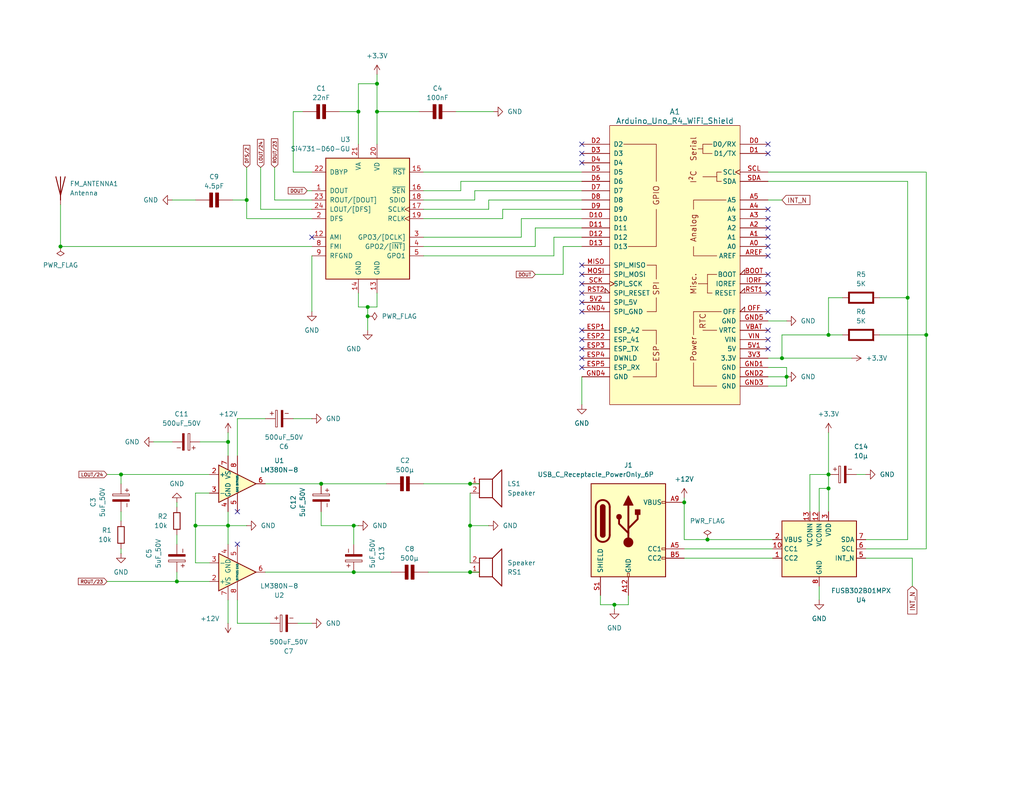
<source format=kicad_sch>
(kicad_sch (version 20231120) (generator "eeschema") (generator_version "8.0")
  (paper "USLetter")
  (title_block (title "FM Radio Digital Analog") (date "2024-12-03") (rev "A") (company "Self - Bertin Mihigo Sano"))
  (lib_symbols
    (symbol "Amplifier_Audio:LM380N-8" (pin_names (offset 0.127))
      (property "Reference" "U" (at 6.35 6.35 0))
      (property "Value" "LM380N-8" (at 6.35 3.81 0))
      (symbol "LM380N-8_0_1"
        (polyline (pts (xy -5.08 5.08) (xy 5.08 0) (xy -5.08 -5.08) (xy -5.08 5.08)) (stroke (width 0.254)) (fill (type background)))
      )
      (symbol "LM380N-8_1_1"
        (pin no_connect line (at 0 2.54 270) (length 2.54) hide (name "NC") (number "1"))
        (pin input line (at -7.62 2.54 0) (length 2.54) (name "+") (number "2"))
        (pin input line (at -7.62 -2.54 0) (length 2.54) (name "-") (number "3"))
        (pin power_in line (at -2.54 -7.62 90) (length 3.81) (name "GND") (number "4"))
        (pin power_in line (at 0 -7.62 90) (length 5.08) (name "GND") (number "5"))
        (pin output line (at 7.62 0 180) (length 2.54) (name "~") (number "6"))
        (pin power_in line (at -2.54 7.62 270) (length 3.81) (name "VS") (number "7"))
        (pin passive line (at 0 7.62 270) (length 5.08) (name "BYPASS") (number "8"))
      )
    )
    (symbol "Connector:USB_C_Receptacle_PowerOnly_6P" (pin_names (offset 1.016))
      (property "Reference" "J" (at 0 16.51 0))
      (property "Value" "USB_C_Receptacle_PowerOnly_6P" (at 0 13.97 0))
      (symbol "USB_C_Receptacle_PowerOnly_6P_0_0"
        (rectangle (start -0.254 -12.7) (end 0.254 -11.684))
        (rectangle (start 10.16 -7.366) (end 9.144 -7.874))
        (rectangle (start 10.16 -4.826) (end 9.144 -5.334))
        (rectangle (start 10.16 7.874) (end 9.144 7.366))
      )
      (symbol "USB_C_Receptacle_PowerOnly_6P_0_1"
        (rectangle (start -10.16 12.7) (end 10.16 -12.7) (stroke (width 0.254)) (fill (type background)))
        (arc (start -8.89 -1.27) (mid -6.985 -3.1667) (end -5.08 -1.27) (stroke (width 0.508)))
        (arc (start -7.62 -1.27) (mid -6.985 -1.9023) (end -6.35 -1.27) (stroke (width 0.254)))
        (arc (start -7.62 -1.27) (mid -6.985 -1.9023) (end -6.35 -1.27) (stroke (width 0.254)) (fill (type outline)))
        (rectangle (start -7.62 -1.27) (end -6.35 6.35) (stroke (width 0.254)) (fill (type outline)))
        (arc (start -6.35 6.35) (mid -6.985 6.9823) (end -7.62 6.35) (stroke (width 0.254)))
        (arc (start -6.35 6.35) (mid -6.985 6.9823) (end -7.62 6.35) (stroke (width 0.254)) (fill (type outline)))
        (arc (start -5.08 6.35) (mid -6.985 8.2467) (end -8.89 6.35) (stroke (width 0.508)))
        (circle (center -2.54 3.683) (radius 0.635) (stroke (width 0.254)) (fill (type outline)))
        (circle (center 0 -3.302) (radius 1.27) (fill (type outline)))
        (polyline (pts (xy -8.89 -1.27) (xy -8.89 6.35)) (stroke (width 0.508)))
        (polyline (pts (xy -5.08 6.35) (xy -5.08 -1.27)) (stroke (width 0.508)))
        (polyline (pts (xy 0 -3.302) (xy 0 6.858)) (stroke (width 0.508)))
        (polyline (pts (xy 0 -0.762) (xy -2.54 1.778) (xy -2.54 3.048)) (stroke (width 0.508)))
        (polyline (pts (xy 0 0.508) (xy 2.54 3.048) (xy 2.54 4.318)) (stroke (width 0.508)))
        (polyline (pts (xy -1.27 6.858) (xy 0 9.398) (xy 1.27 6.858) (xy -1.27 6.858)) (stroke (width 0.254)) (fill (type outline)))
        (rectangle (start 1.905 4.318) (end 3.175 5.588) (stroke (width 0.254)) (fill (type outline)))
      )
      (symbol "USB_C_Receptacle_PowerOnly_6P_1_1"
        (pin passive line (at 0 -17.78 90) (length 5.08) (name "GND") (number "A12"))
        (pin bidirectional line (at 15.24 -5.08 180) (length 5.08) (name "CC1") (number "A5"))
        (pin passive line (at 15.24 7.62 180) (length 5.08) (name "VBUS") (number "A9"))
        (pin passive line (at 0 -17.78 90) (length 5.08) hide (name "GND") (number "B12"))
        (pin bidirectional line (at 15.24 -7.62 180) (length 5.08) (name "CC2") (number "B5"))
        (pin passive line (at 15.24 7.62 180) (length 5.08) hide (name "VBUS") (number "B9"))
        (pin passive line (at -7.62 -17.78 90) (length 5.08) (name "SHIELD") (number "S1"))
      )
    )
    (symbol "Device:Antenna" (pin_numbers hide) (pin_names (offset 1.016) hide)
      (property "Reference" "AE" (at -1.905 1.905 0))
      (property "Value" "Antenna" (at -1.905 0 0))
      (symbol "Antenna_0_1"
        (polyline (pts (xy 0 2.54) (xy 0 -3.81)) (stroke (width 0.254)))
        (polyline (pts (xy 1.27 2.54) (xy 0 -2.54) (xy -1.27 2.54)) (stroke (width 0.254)))
      )
      (symbol "Antenna_1_1"
        (pin input line (at 0 -5.08 90) (length 2.54) (name "A") (number "1"))
      )
    )
    (symbol "Device:Speaker" (pin_names (offset 0) hide)
      (property "Reference" "LS" (at 1.27 5.715 0))
      (property "Value" "Speaker" (at 1.27 3.81 0))
      (symbol "Speaker_0_0"
        (rectangle (start -2.54 1.27) (end 1.016 -3.81) (stroke (width 0.254)))
        (polyline (pts (xy 1.016 1.27) (xy 3.556 3.81) (xy 3.556 -6.35) (xy 1.016 -3.81)) (stroke (width 0.254)))
      )
      (symbol "Speaker_1_1"
        (pin input line (at -5.08 0 0) (length 2.54) (name "1") (number "1"))
        (pin input line (at -5.08 -2.54 0) (length 2.54) (name "2") (number "2"))
      )
    )
    (symbol "Interface_USB:FUSB302B01MPX"
      (property "Reference" "U" (at -10.16 8.89 0))
      (property "Value" "FUSB302B01MPX" (at 3.81 8.89 0))
      (symbol "FUSB302B01MPX_0_1"
        (rectangle (start -10.16 7.62) (end 10.16 -7.62) (stroke (width 0.254)) (fill (type background)))
      )
      (symbol "FUSB302B01MPX_1_1"
        (pin bidirectional line (at 12.7 -2.54 180) (length 2.54) (name "CC2") (number "1"))
        (pin bidirectional line (at 12.7 0 180) (length 2.54) (name "CC1") (number "10"))
        (pin bidirectional line (at 12.7 0 180) (length 2.54) hide (name "CC1") (number "11"))
        (pin power_in line (at 0 10.16 270) (length 2.54) (name "VCONN") (number "12"))
        (pin power_in line (at 2.54 10.16 270) (length 2.54) (name "VCONN") (number "13"))
        (pin bidirectional line (at 12.7 -2.54 180) (length 2.54) hide (name "CC2") (number "14"))
        (pin passive line (at 0 -10.16 90) (length 2.54) hide (name "GND") (number "15"))
        (pin input line (at 12.7 2.54 180) (length 2.54) (name "VBUS") (number "2"))
        (pin power_in line (at -2.54 10.16 270) (length 2.54) (name "VDD") (number "3"))
        (pin passive line (at -2.54 10.16 270) (length 2.54) hide (name "VDD") (number "4"))
        (pin open_collector line (at -12.7 -2.54 0) (length 2.54) (name "INT_N") (number "5"))
        (pin input line (at -12.7 0 0) (length 2.54) (name "SCL") (number "6"))
        (pin bidirectional line (at -12.7 2.54 0) (length 2.54) (name "SDA") (number "7"))
        (pin power_in line (at 0 -10.16 90) (length 2.54) (name "GND") (number "8"))
        (pin passive line (at 0 -10.16 90) (length 2.54) hide (name "GND") (number "9"))
      )
    )
    (symbol "PCM_4ms_Power-symbol:+3.3V" (power) (pin_names (offset 0))
      (property "Value" "+3.3V" (at 0 3.556 0))
      (symbol "+3.3V_0_1"
        (polyline (pts (xy -0.762 1.27) (xy 0 2.54)))
        (polyline (pts (xy 0 0) (xy 0 2.54)))
        (polyline (pts (xy 0 2.54) (xy 0.762 1.27)))
      )
      (symbol "+3.3V_1_1"
        (pin power_in line (at 0 0 90) (length 0) hide (name "+3V3") (number "1"))
      )
    )
    (symbol "PCM_Elektuur:C" (pin_numbers hide) (pin_names (offset 0) hide)
      (property "Reference" "C" (at 0.635 3.175 0))
      (property "Value" "C" (at 0.635 -3.175 0))
      (symbol "C_1_1"
        (rectangle (start -1.905 -0.4318) (end 1.905 -1.1938) (stroke (width 0.254)) (fill (type outline)))
        (rectangle (start -1.905 1.1938) (end 1.905 0.4318) (stroke (width 0.254)) (fill (type outline)))
        (pin passive line (at 0 5.08 270) (length 3.8862) (name "+") (number "1"))
        (pin passive line (at 0 -5.08 90) (length 3.8862) (name "-") (number "2"))
      )
      (symbol "C_1_2"
        (polyline (pts (xy -1.905 -1.4986) (xy 1.905 -1.4986) (xy 1.905 -0.4318) (xy -1.905 -0.4318) (xy -1.905 -1.4986) (xy -1.8034 -1.397) (xy -1.8034 -0.5334) (xy 1.8034 -0.5334) (xy 1.8034 -1.397) (xy -1.8034 -1.397) (xy -1.905 -1.4986)) (stroke (width 0.254)) (fill (type outline)))
        (polyline (pts (xy -1.905 0.4318) (xy 1.905 0.4318) (xy 1.905 1.4986) (xy -1.905 1.4986) (xy -1.905 0.4318) (xy -1.8034 0.5334) (xy -1.8034 1.397) (xy 1.8034 1.397) (xy 1.8034 0.5334) (xy -1.8034 0.5334) (xy -1.905 0.4318)) (stroke (width 0.254)) (fill (type outline)))
        (pin passive line (at 0 5.08 270) (length 3.5814) (name "+") (number "1"))
        (pin passive line (at 0 -5.08 90) (length 3.5814) (name "-") (number "2"))
      )
    )
    (symbol "PCM_Elektuur:R" (pin_numbers hide) (pin_names (offset 0) hide)
      (property "Reference" "R" (at 2.54 3.175 0))
      (property "Value" "R" (at 0 0 90))
      (symbol "R_1_1"
        (polyline (pts (xy -1.524 -3.429) (xy 1.524 -3.429) (xy 1.524 3.429) (xy -1.524 3.429) (xy -1.524 -3.429) (xy -1.27 -3.175) (xy -1.27 3.175) (xy 1.27 3.175) (xy 1.27 -3.175) (xy -1.27 -3.175) (xy -1.524 -3.429)) (stroke (width 0.254)) (fill (type outline)))
        (pin passive line (at 0 5.08 270) (length 1.651) (name "+") (number "1"))
        (pin passive line (at 0 -5.08 90) (length 1.651) (name "-") (number "2"))
      )
      (symbol "R_1_2"
        (polyline (pts (xy -0.508 -3.429) (xy 1.524 -3.429) (xy 1.524 3.429) (xy -0.508 3.429) (xy -0.508 3.175) (xy 1.27 3.175) (xy 1.27 -3.175) (xy -0.508 -3.175) (xy -0.508 -3.429)) (stroke (width 0.254)) (fill (type outline)))
        (pin passive line (at 0 5.08 270) (length 1.651) (name "+") (number "1"))
        (pin passive line (at 0 -5.08 90) (length 1.651) (name "-") (number "2"))
      )
      (symbol "R_1_3"
        (polyline (pts (xy 0 3.4798) (xy 0 3.2004) (xy 0.7112 2.794) (xy -1.1938 1.6764) (xy 0.7112 0.5588) (xy -1.1938 -0.5588) (xy 0.7112 -1.6764) (xy -1.1938 -2.794) (xy 0 -3.4798) (xy 0 -3.2004) (xy -0.7112 -2.794) (xy 1.1938 -1.6764) (xy -0.7112 -0.5588) (xy 1.1938 0.5588) (xy -0.7112 1.6764) (xy 1.1938 2.794) (xy 0 3.4798)) (stroke (width 0.254)) (fill (type outline)))
        (pin passive line (at 0 5.08 270) (length 1.6002) (name "+") (number "1"))
        (pin passive line (at 0 -5.08 90) (length 1.6002) (name "-") (number "2"))
      )
      (symbol "R_1_4"
        (polyline (pts (xy 0 4.5466) (xy 0 4.2672) (xy 0.0508 4.2418) (xy 1.016 3.683) (xy -1.524 2.2098) (xy 1.016 0.7366) (xy -1.524 -0.7366) (xy 1.016 -2.2098) (xy -1.524 -3.683) (xy -0.0762 -4.5212) (xy 0 -4.5466) (xy 0 -4.2672) (xy -0.0508 -4.2418) (xy -1.016 -3.683) (xy 1.524 -2.2098) (xy -1.016 -0.7366) (xy 1.524 0.7366) (xy -1.016 2.2098) (xy 1.524 3.683) (xy 0.0762 4.5212) (xy 0 4.5466)) (stroke (width 0.254)) (fill (type outline)))
        (pin passive line (at 0 5.08 270) (length 0.5334) (name "+") (number "1"))
        (pin passive line (at 0 -5.08 90) (length 0.5334) (name "-") (number "2"))
      )
    )
    (symbol "PCM_SL_Capacitors:22uF_50V"
      (property "Reference" "C" (at 0 7.62 0))
      (property "Value" "22uF_50V" (at 0 5.08 0))
      (symbol "22uF_50V_0_0"
        (text "+" (at -2.032 1.524 0) (effects (font (size 1.27 1.27))))
        (text "-" (at 2.032 1.524 0) (effects (font (size 1.27 1.27))))
      )
      (symbol "22uF_50V_0_1"
        (rectangle (start -1.016 -2.286) (end -0.508 2.286))
        (rectangle (start 0.508 -2.286) (end 1.016 2.286) (fill (type outline)))
      )
      (symbol "22uF_50V_1_1"
        (pin passive line (at -3.81 0 0) (length 2.7) (name "~") (number "1"))
        (pin input line (at 3.81 0 180) (length 2.7) (name "~") (number "2"))
      )
    )
    (symbol "PCM_SL_Devices:Capacitor_PO"
      (property "Reference" "C" (at 0 7.62 0))
      (property "Value" "Capacitor_PO" (at 0 5.08 0))
      (symbol "Capacitor_PO_0_0"
        (text "+" (at -2.032 1.524 0) (effects (font (size 1.27 1.27))))
        (text "-" (at 2.032 1.524 0) (effects (font (size 1.27 1.27))))
      )
      (symbol "Capacitor_PO_0_1"
        (rectangle (start -1.016 -2.286) (end -0.508 2.286))
        (rectangle (start 0.508 -2.286) (end 1.016 2.286) (fill (type outline)))
      )
      (symbol "Capacitor_PO_1_1"
        (pin passive line (at -3.81 0 0) (length 2.7) (name "~") (number "1"))
        (pin input line (at 3.81 0 180) (length 2.7) (name "~") (number "2"))
      )
    )
    (symbol "PCM_SL_Resistors:10k"
      (property "Reference" "R" (at 0 5.08 0))
      (property "Value" "10k" (at 0 2.54 0))
      (symbol "10k_0_1"
        (rectangle (start -2.286 0.889) (end 2.286 -0.889) (stroke (width 0.24)))
      )
      (symbol "10k_1_1"
        (pin passive line (at -3.81 0 0) (length 1.5) (name "") (number "1"))
        (pin passive line (at 3.81 0 180) (length 1.5) (name "~") (number "2"))
      )
    )
    (symbol "PCM_arduino-library:Arduino_Uno_R4_WiFi_Shield" (pin_names (offset 1.016))
      (property "Reference" "A" (at 0 43.18 0))
      (property "Value" "Arduino_Uno_R4_WiFi_Shield" (at 0 40.64 0))
      (symbol "Arduino_Uno_R4_WiFi_Shield_0_0"
        (rectangle (start -17.78 38.1) (end 17.78 -38.1) (fill (type background)))
        (rectangle (start -12.7 -12.7) (end -5.08 -12.7))
        (rectangle (start -11.43 -33.02) (end -5.08 -33.02))
        (rectangle (start -10.16 -7.62) (end -8.89 -7.62))
        (rectangle (start -8.89 -7.62) (end -8.89 -2.54))
        (rectangle (start -8.89 -5.08) (end -6.35 -5.08))
        (rectangle (start -8.89 -2.54) (end -11.43 -2.54))
        (polyline (pts (xy -11.43 24.13) (xy -7.62 24.13)))
        (polyline (pts (xy -7.62 31.75) (xy -6.35 31.75)))
        (polyline (pts (xy -5.08 -26.67) (xy -5.08 -33.02)))
        (polyline (pts (xy -5.08 -12.7) (xy -5.08 -19.05)))
        (polyline (pts (xy -5.08 5.08) (xy -5.08 2.54) (xy -11.43 2.54)))
        (polyline (pts (xy -5.08 15.24) (xy -5.08 17.78) (xy -13.97 17.78)))
        (polyline (pts (xy 5.08 15.24) (xy 5.08 5.08) (xy 12.7 5.08)))
        (polyline (pts (xy 5.08 22.86) (xy 5.08 33.02) (xy 13.97 33.02)))
        (polyline (pts (xy -12.7 25.4) (xy -11.43 25.4) (xy -11.43 22.86) (xy -12.7 22.86)))
        (polyline (pts (xy -10.16 33.02) (xy -7.62 33.02) (xy -7.62 30.48) (xy -10.16 30.48)))
        (rectangle (start 5.08 -30.48) (end 5.08 -26.67))
        (rectangle (start 5.08 -30.48) (end 11.43 -30.48))
        (rectangle (start 5.08 -21.59) (end 5.08 -17.78))
        (rectangle (start 5.08 -17.78) (end 8.89 -17.78))
        (rectangle (start 5.08 -12.7) (end 5.08 -8.89))
        (rectangle (start 5.08 -12.7) (end 7.62 -12.7))
        (rectangle (start 5.08 -3.81) (end 5.08 0))
        (rectangle (start 7.62 0) (end 5.08 0))
        (text "Analog" (at -5.08 10.16 900) (effects (font (size 1.524 1.524))))
        (text "ESP" (at 5.08 -24.13 900) (effects (font (size 1.524 1.524))))
        (text "I²C" (at -5.08 24.13 900) (effects (font (size 1.524 1.524))))
        (text "Misc." (at -5.08 -5.08 900) (effects (font (size 1.524 1.524))))
        (text "Power" (at -5.08 -22.86 900) (effects (font (size 1.524 1.524))))
        (text "RTC" (at -7.62 -15.24 900) (effects (font (size 1.524 1.524))))
        (text "Serial" (at -5.08 31.75 900) (effects (font (size 1.524 1.524))))
        (text "SPI" (at 5.08 -6.35 900) (effects (font (size 1.524 1.524))))
      )
      (symbol "Arduino_Uno_R4_WiFi_Shield_0_1"
        (polyline (pts (xy -11.43 -17.78) (xy -7.62 -17.78)))
      )
      (symbol "Arduino_Uno_R4_WiFi_Shield_1_0"
        (text "GPIO" (at 5.08 19.05 900) (effects (font (size 1.524 1.524))))
      )
      (symbol "Arduino_Uno_R4_WiFi_Shield_1_1"
        (pin power_out line (at -25.4 -25.4 0) (length 7.62) (name "3.3V") (number "3V3"))
        (pin power_in line (at -25.4 -22.86 0) (length 7.62) (name "5V") (number "5V1"))
        (pin power_in line (at 25.4 -10.16 180) (length 7.62) (name "SPI_5V") (number "5V2"))
        (pin bidirectional line (at -25.4 5.08 0) (length 7.62) (name "A0") (number "A0"))
        (pin bidirectional line (at -25.4 7.62 0) (length 7.62) (name "A1") (number "A1"))
        (pin bidirectional line (at -25.4 10.16 0) (length 7.62) (name "A2") (number "A2"))
        (pin bidirectional line (at -25.4 12.7 0) (length 7.62) (name "A3") (number "A3"))
        (pin bidirectional line (at -25.4 15.24 0) (length 7.62) (name "A4") (number "A4"))
        (pin bidirectional line (at -25.4 17.78 0) (length 7.62) (name "A5") (number "A5"))
        (pin input line (at -25.4 2.54 0) (length 7.62) (name "AREF") (number "AREF"))
        (pin input input_low (at -25.4 -2.54 0) (length 7.62) (name "BOOT") (number "BOOT"))
        (pin bidirectional line (at -25.4 33.02 0) (length 7.62) (name "D0/RX") (number "D0"))
        (pin bidirectional line (at -25.4 30.48 0) (length 7.62) (name "D1/TX") (number "D1"))
        (pin bidirectional line (at 25.4 12.7 180) (length 7.62) (name "D10") (number "D10"))
        (pin bidirectional line (at 25.4 10.16 180) (length 7.62) (name "D11") (number "D11"))
        (pin bidirectional line (at 25.4 7.62 180) (length 7.62) (name "D12") (number "D12"))
        (pin bidirectional line (at 25.4 5.08 180) (length 7.62) (name "D13") (number "D13"))
        (pin bidirectional line (at 25.4 33.02 180) (length 7.62) (name "D2") (number "D2"))
        (pin bidirectional line (at 25.4 30.48 180) (length 7.62) (name "D3") (number "D3"))
        (pin bidirectional line (at 25.4 27.94 180) (length 7.62) (name "D4") (number "D4"))
        (pin bidirectional line (at 25.4 25.4 180) (length 7.62) (name "D5") (number "D5"))
        (pin bidirectional line (at 25.4 22.86 180) (length 7.62) (name "D6") (number "D6"))
        (pin bidirectional line (at 25.4 20.32 180) (length 7.62) (name "D7") (number "D7"))
        (pin bidirectional line (at 25.4 17.78 180) (length 7.62) (name "D8") (number "D8"))
        (pin bidirectional line (at 25.4 15.24 180) (length 7.62) (name "D9") (number "D9"))
        (pin bidirectional line (at 25.4 -17.78 180) (length 7.62) (name "ESP_42") (number "ESP1"))
        (pin bidirectional line (at 25.4 -20.32 180) (length 7.62) (name "ESP_41") (number "ESP2"))
        (pin bidirectional line (at 25.4 -22.86 180) (length 7.62) (name "ESP_TX") (number "ESP3"))
        (pin bidirectional line (at 25.4 -25.4 180) (length 7.62) (name "DWNLD") (number "ESP4"))
        (pin bidirectional line (at 25.4 -27.94 180) (length 7.62) (name "ESP_RX") (number "ESP5"))
        (pin power_in line (at -25.4 -27.94 0) (length 7.62) (name "GND") (number "GND1"))
        (pin power_in line (at -25.4 -30.48 0) (length 7.62) (name "GND") (number "GND2"))
        (pin power_in line (at -25.4 -33.02 0) (length 7.62) (name "GND") (number "GND3"))
        (pin power_in line (at 25.4 -30.48 180) (length 7.62) (name "GND") (number "GND4"))
        (pin power_in line (at 25.4 -12.7 180) (length 7.62) (name "SPI_GND") (number "GND4"))
        (pin power_in line (at -25.4 -15.24 0) (length 7.62) (name "GND") (number "GND5"))
        (pin output line (at -25.4 -5.08 0) (length 7.62) (name "IOREF") (number "IORF"))
        (pin input line (at 25.4 0 180) (length 7.62) (name "SPI_MISO") (number "MISO"))
        (pin output line (at 25.4 -2.54 180) (length 7.62) (name "SPI_MOSI") (number "MOSI"))
        (pin input input_low (at -25.4 -12.7 0) (length 7.62) (name "OFF") (number "OFF"))
        (pin open_collector input_low (at -25.4 -7.62 0) (length 7.62) (name "RESET") (number "RST1"))
        (pin open_collector input_low (at 25.4 -7.62 180) (length 7.62) (name "SPI_RESET") (number "RST2"))
        (pin output clock (at 25.4 -5.08 180) (length 7.62) (name "SPI_SCK") (number "SCK"))
        (pin bidirectional clock (at -25.4 25.4 0) (length 7.62) (name "SCL") (number "SCL"))
        (pin bidirectional line (at -25.4 22.86 0) (length 7.62) (name "SDA") (number "SDA"))
        (pin power_in line (at -25.4 -17.78 0) (length 7.62) (name "VRTC") (number "VBAT"))
        (pin power_in line (at -25.4 -20.32 0) (length 7.62) (name "VIN") (number "VIN"))
      )
    )
    (symbol "RF_AM_FM:Si4731-D60-GU" (pin_names (offset 1.016))
      (property "Reference" "U" (at -5.08 19.685 0))
      (property "Value" "Si4731-D60-GU" (at -5.08 17.78 0))
      (symbol "Si4731-D60-GU_0_1"
        (rectangle (start 11.43 16.51) (end -11.43 -16.51) (stroke (width 0.254)) (fill (type background)))
      )
      (symbol "Si4731-D60-GU_1_1"
        (pin output line (at 15.24 7.62 180) (length 3.81) (name "DOUT") (number "1"))
        (pin no_connect line (at -5.08 -16.51 90) (length 3.81) hide (name "NC") (number "10"))
        (pin no_connect line (at 5.08 -16.51 90) (length 3.81) hide (name "NC") (number "11"))
        (pin input line (at 15.24 -5.08 180) (length 3.81) (name "AMI") (number "12"))
        (pin power_in line (at -2.54 -20.32 90) (length 3.81) (name "GND") (number "13"))
        (pin power_in line (at 2.54 -20.32 90) (length 3.81) (name "GND") (number "14"))
        (pin input line (at -15.24 12.7 0) (length 3.81) (name "~{RST}") (number "15"))
        (pin input line (at -15.24 7.62 0) (length 3.81) (name "~{SEN}") (number "16"))
        (pin input clock (at -15.24 2.54 0) (length 3.81) (name "SCLK") (number "17"))
        (pin bidirectional line (at -15.24 5.08 0) (length 3.81) (name "SDIO") (number "18"))
        (pin input clock (at -15.24 0 0) (length 3.81) (name "RCLK") (number "19"))
        (pin input line (at 15.24 0 180) (length 3.81) (name "DFS") (number "2"))
        (pin power_in line (at -2.54 20.32 270) (length 3.81) (name "VD") (number "20"))
        (pin power_in line (at 2.54 20.32 270) (length 3.81) (name "VA") (number "21"))
        (pin passive line (at 15.24 12.7 180) (length 3.81) (name "DBYP") (number "22"))
        (pin output line (at 15.24 5.08 180) (length 3.81) (name "ROUT/[DOUT]") (number "23"))
        (pin bidirectional line (at 15.24 2.54 180) (length 3.81) (name "LOUT/[DFS]") (number "24"))
        (pin bidirectional line (at -15.24 -5.08 0) (length 3.81) (name "GPO3/[DCLK]") (number "3"))
        (pin output line (at -15.24 -7.62 0) (length 3.81) (name "GPO2/[~{INT}]") (number "4"))
        (pin output line (at -15.24 -10.16 0) (length 3.81) (name "GPO1") (number "5"))
        (pin no_connect line (at -11.43 -12.7 0) (length 3.81) hide (name "NC") (number "6"))
        (pin no_connect line (at 11.43 -12.7 180) (length 3.81) hide (name "NC") (number "7"))
        (pin input line (at 15.24 -7.62 180) (length 3.81) (name "FMI") (number "8"))
        (pin power_in line (at 15.24 -10.16 180) (length 3.81) (name "RFGND") (number "9"))
      )
    )
    (symbol "power:+5V" (power) (pin_numbers hide) (pin_names (offset 0) hide)
      (property "Value" "+5V" (at 0 3.556 0))
      (symbol "+5V_0_1"
        (polyline (pts (xy -0.762 1.27) (xy 0 2.54)))
        (polyline (pts (xy 0 0) (xy 0 2.54)))
        (polyline (pts (xy 0 2.54) (xy 0.762 1.27)))
      )
      (symbol "+5V_1_1"
        (pin power_in line (at 0 0 90) (length 0) (name "~") (number "1"))
      )
    )
    (symbol "power:GND" (power) (pin_numbers hide) (pin_names (offset 0) hide)
      (property "Value" "GND" (at 0 -3.81 0))
      (symbol "GND_0_1"
        (polyline (pts (xy 0 0) (xy 0 -1.27) (xy 1.27 -1.27) (xy 0 -2.54) (xy -1.27 -1.27) (xy 0 -1.27)))
      )
      (symbol "GND_1_1"
        (pin power_in line (at 0 0 270) (length 0) (name "~") (number "1"))
      )
    )
    (symbol "power:PWR_FLAG" (power) (pin_numbers hide) (pin_names (offset 0) hide)
      (property "Value" "PWR_FLAG" (at 0 3.81 0))
      (symbol "PWR_FLAG_0_0"
        (pin power_out line (at 0 0 90) (length 0) (name "~") (number "1"))
      )
      (symbol "PWR_FLAG_0_1"
        (polyline (pts (xy 0 0) (xy 0 1.27) (xy -1.016 1.905) (xy 0 2.54) (xy 1.016 1.905) (xy 0 1.27)))
      )
    )
  )
  (junction (at 226.06 133.35))
  (junction (at 186.69 137.16))
  (junction (at 48.26 158.75))
  (junction (at 102.87 22.86))
  (junction (at 100.33 86.36))
  (junction (at 128.27 143.51))
  (junction (at 213.36 97.79))
  (junction (at 96.52 143.51))
  (junction (at 128.27 132.08))
  (junction (at 102.87 30.48))
  (junction (at 87.63 132.08))
  (junction (at 53.34 143.51))
  (junction (at 214.63 102.87))
  (junction (at 252.73 91.44))
  (junction (at 33.02 129.54))
  (junction (at 226.06 129.54))
  (junction (at 16.51 67.31))
  (junction (at 100.33 83.82))
  (junction (at 97.79 30.48))
  (junction (at 193.04 147.32))
  (junction (at 226.06 91.44))
  (junction (at 67.31 54.61))
  (junction (at 62.23 143.51))
  (junction (at 62.23 120.65))
  (junction (at 96.52 156.21))
  (junction (at 167.64 165.1))
  (junction (at 128.27 156.21))
  (junction (at 247.65 81.28))
  (no_connect (at 209.55 95.25))
  (no_connect (at 209.55 69.85))
  (no_connect (at 158.75 95.25))
  (no_connect (at 209.55 39.37))
  (no_connect (at 158.75 39.37))
  (no_connect (at 209.55 57.15))
  (no_connect (at 158.75 74.93))
  (no_connect (at 158.75 97.79))
  (no_connect (at 64.77 139.7))
  (no_connect (at 158.75 41.91))
  (no_connect (at 209.55 80.01))
  (no_connect (at 209.55 92.71))
  (no_connect (at 158.75 44.45))
  (no_connect (at 64.77 148.59))
  (no_connect (at 158.75 90.17))
  (no_connect (at 158.75 72.39))
  (no_connect (at 209.55 90.17))
  (no_connect (at 209.55 77.47))
  (no_connect (at 158.75 80.01))
  (no_connect (at 158.75 92.71))
  (no_connect (at 158.75 82.55))
  (no_connect (at 209.55 62.23))
  (no_connect (at 209.55 67.31))
  (no_connect (at 158.75 85.09))
  (no_connect (at 209.55 59.69))
  (no_connect (at 209.55 64.77))
  (no_connect (at 158.75 77.47))
  (no_connect (at 158.75 100.33))
  (no_connect (at 85.09 64.77))
  (no_connect (at 209.55 85.09))
  (no_connect (at 209.55 74.93))
  (no_connect (at 209.55 41.91))
  (wire (pts (xy 16.51 55.88) (xy 16.51 67.31)))
  (wire (pts (xy 80.01 46.99) (xy 85.09 46.99)))
  (wire (pts (xy 115.57 132.08) (xy 128.27 132.08)))
  (wire (pts (xy 53.34 143.51) (xy 62.23 143.51)))
  (wire (pts (xy 248.92 152.4) (xy 248.92 160.02)))
  (wire (pts (xy 16.51 67.31) (xy 85.09 67.31)))
  (wire (pts (xy 142.24 59.69) (xy 158.75 59.69)))
  (wire (pts (xy 213.36 97.79) (xy 232.41 97.79)))
  (wire (pts (xy 137.16 59.69) (xy 137.16 57.15)))
  (wire (pts (xy 115.57 57.15) (xy 133.35 57.15)))
  (wire (pts (xy 223.52 160.02) (xy 223.52 163.83)))
  (wire (pts (xy 33.02 139.7) (xy 33.02 142.24)))
  (wire (pts (xy 33.02 149.86) (xy 33.02 151.13)))
  (wire (pts (xy 129.54 52.07) (xy 158.75 52.07)))
  (wire (pts (xy 115.57 64.77) (xy 142.24 64.77)))
  (wire (pts (xy 62.23 120.65) (xy 54.61 120.65)))
  (wire (pts (xy 63.5 54.61) (xy 67.31 54.61)))
  (wire (pts (xy 171.45 162.56) (xy 171.45 165.1)))
  (wire (pts (xy 158.75 102.87) (xy 158.75 110.49)))
  (wire (pts (xy 33.02 129.54) (xy 57.15 129.54)))
  (wire (pts (xy 71.12 57.15) (xy 85.09 57.15)))
  (wire (pts (xy 236.22 149.86) (xy 252.73 149.86)))
  (wire (pts (xy 153.67 67.31) (xy 158.75 67.31)))
  (wire (pts (xy 209.55 102.87) (xy 214.63 102.87)))
  (wire (pts (xy 129.54 54.61) (xy 129.54 52.07)))
  (wire (pts (xy 209.55 87.63) (xy 214.63 87.63)))
  (wire (pts (xy 29.21 158.75) (xy 48.26 158.75)))
  (wire (pts (xy 72.39 156.21) (xy 96.52 156.21)))
  (wire (pts (xy 100.33 83.82) (xy 102.87 83.82)))
  (wire (pts (xy 220.98 129.54) (xy 220.98 139.7)))
  (wire (pts (xy 80.01 30.48) (xy 82.55 30.48)))
  (wire (pts (xy 236.22 147.32) (xy 247.65 147.32)))
  (wire (pts (xy 186.69 147.32) (xy 193.04 147.32)))
  (wire (pts (xy 226.06 81.28) (xy 226.06 91.44)))
  (wire (pts (xy 67.31 59.69) (xy 67.31 54.61)))
  (wire (pts (xy 171.45 165.1) (xy 167.64 165.1)))
  (wire (pts (xy 96.52 156.21) (xy 106.68 156.21)))
  (wire (pts (xy 102.87 80.01) (xy 102.87 83.82)))
  (wire (pts (xy 71.12 45.72) (xy 71.12 57.15)))
  (wire (pts (xy 115.57 54.61) (xy 129.54 54.61)))
  (wire (pts (xy 163.83 162.56) (xy 163.83 165.1)))
  (wire (pts (xy 48.26 137.16) (xy 48.26 138.43)))
  (wire (pts (xy 48.26 146.05) (xy 48.26 148.59)))
  (wire (pts (xy 62.23 143.51) (xy 67.31 143.51)))
  (wire (pts (xy 62.23 143.51) (xy 62.23 148.59)))
  (wire (pts (xy 97.79 83.82) (xy 100.33 83.82)))
  (wire (pts (xy 124.46 30.48) (xy 134.62 30.48)))
  (wire (pts (xy 186.69 137.16) (xy 186.69 147.32)))
  (wire (pts (xy 81.28 170.18) (xy 85.09 170.18)))
  (wire (pts (xy 100.33 86.36) (xy 100.33 90.17)))
  (wire (pts (xy 87.63 143.51) (xy 96.52 143.51)))
  (wire (pts (xy 213.36 91.44) (xy 213.36 97.79)))
  (wire (pts (xy 146.05 74.93) (xy 153.67 74.93)))
  (wire (pts (xy 115.57 69.85) (xy 151.13 69.85)))
  (wire (pts (xy 153.67 67.31) (xy 153.67 74.93)))
  (wire (pts (xy 80.01 114.3) (xy 85.09 114.3)))
  (wire (pts (xy 102.87 30.48) (xy 114.3 30.48)))
  (wire (pts (xy 130.81 156.21) (xy 128.27 156.21)))
  (wire (pts (xy 92.71 30.48) (xy 97.79 30.48)))
  (wire (pts (xy 209.55 49.53) (xy 247.65 49.53)))
  (wire (pts (xy 223.52 133.35) (xy 226.06 133.35)))
  (wire (pts (xy 53.34 153.67) (xy 57.15 153.67)))
  (wire (pts (xy 97.79 22.86) (xy 97.79 30.48)))
  (wire (pts (xy 48.26 158.75) (xy 57.15 158.75)))
  (wire (pts (xy 64.77 170.18) (xy 73.66 170.18)))
  (wire (pts (xy 214.63 102.87) (xy 214.63 105.41)))
  (wire (pts (xy 213.36 91.44) (xy 226.06 91.44)))
  (wire (pts (xy 209.55 54.61) (xy 213.36 54.61)))
  (wire (pts (xy 226.06 81.28) (xy 229.87 81.28)))
  (wire (pts (xy 146.05 67.31) (xy 146.05 62.23)))
  (wire (pts (xy 142.24 64.77) (xy 142.24 59.69)))
  (wire (pts (xy 102.87 22.86) (xy 102.87 30.48)))
  (wire (pts (xy 29.21 129.54) (xy 33.02 129.54)))
  (wire (pts (xy 233.68 129.54) (xy 236.22 129.54)))
  (wire (pts (xy 167.64 165.1) (xy 167.64 166.37)))
  (wire (pts (xy 223.52 133.35) (xy 223.52 139.7)))
  (wire (pts (xy 137.16 57.15) (xy 158.75 57.15)))
  (wire (pts (xy 67.31 59.69) (xy 85.09 59.69)))
  (wire (pts (xy 62.23 118.11) (xy 62.23 120.65)))
  (wire (pts (xy 97.79 30.48) (xy 97.79 39.37)))
  (wire (pts (xy 146.05 62.23) (xy 158.75 62.23)))
  (wire (pts (xy 48.26 156.21) (xy 48.26 158.75)))
  (wire (pts (xy 102.87 30.48) (xy 102.87 39.37)))
  (wire (pts (xy 116.84 156.21) (xy 128.27 156.21)))
  (wire (pts (xy 151.13 64.77) (xy 158.75 64.77)))
  (wire (pts (xy 128.27 134.62) (xy 128.27 143.51)))
  (wire (pts (xy 33.02 129.54) (xy 33.02 132.08)))
  (wire (pts (xy 163.83 165.1) (xy 167.64 165.1)))
  (wire (pts (xy 74.93 45.72) (xy 74.93 54.61)))
  (wire (pts (xy 226.06 91.44) (xy 229.87 91.44)))
  (wire (pts (xy 128.27 143.51) (xy 133.35 143.51)))
  (wire (pts (xy 247.65 81.28) (xy 247.65 147.32)))
  (wire (pts (xy 209.55 97.79) (xy 213.36 97.79)))
  (wire (pts (xy 100.33 83.82) (xy 100.33 86.36)))
  (wire (pts (xy 97.79 22.86) (xy 102.87 22.86)))
  (wire (pts (xy 87.63 132.08) (xy 105.41 132.08)))
  (wire (pts (xy 220.98 129.54) (xy 226.06 129.54)))
  (wire (pts (xy 46.99 54.61) (xy 53.34 54.61)))
  (wire (pts (xy 46.99 120.65) (xy 41.91 120.65)))
  (wire (pts (xy 209.55 100.33) (xy 214.63 100.33)))
  (wire (pts (xy 247.65 49.53) (xy 247.65 81.28)))
  (wire (pts (xy 97.79 80.01) (xy 97.79 83.82)))
  (wire (pts (xy 226.06 129.54) (xy 226.06 133.35)))
  (wire (pts (xy 209.55 105.41) (xy 214.63 105.41)))
  (wire (pts (xy 133.35 57.15) (xy 133.35 54.61)))
  (wire (pts (xy 226.06 118.11) (xy 226.06 129.54)))
  (wire (pts (xy 133.35 54.61) (xy 158.75 54.61)))
  (wire (pts (xy 214.63 100.33) (xy 214.63 102.87)))
  (wire (pts (xy 67.31 45.72) (xy 67.31 54.61)))
  (wire (pts (xy 130.81 132.08) (xy 128.27 132.08)))
  (wire (pts (xy 53.34 134.62) (xy 57.15 134.62)))
  (wire (pts (xy 193.04 147.32) (xy 210.82 147.32)))
  (wire (pts (xy 53.34 143.51) (xy 53.34 153.67)))
  (wire (pts (xy 87.63 139.7) (xy 87.63 143.51)))
  (wire (pts (xy 74.93 54.61) (xy 85.09 54.61)))
  (wire (pts (xy 128.27 143.51) (xy 128.27 153.67)))
  (wire (pts (xy 240.03 81.28) (xy 247.65 81.28)))
  (wire (pts (xy 85.09 69.85) (xy 85.09 85.09)))
  (wire (pts (xy 62.23 120.65) (xy 62.23 124.46)))
  (wire (pts (xy 102.87 20.32) (xy 102.87 22.86)))
  (wire (pts (xy 62.23 170.18) (xy 62.23 163.83)))
  (wire (pts (xy 83.82 52.07) (xy 85.09 52.07)))
  (wire (pts (xy 226.06 133.35) (xy 226.06 139.7)))
  (wire (pts (xy 64.77 114.3) (xy 72.39 114.3)))
  (wire (pts (xy 62.23 139.7) (xy 62.23 143.51)))
  (wire (pts (xy 96.52 143.51) (xy 97.79 143.51)))
  (wire (pts (xy 252.73 91.44) (xy 252.73 149.86)))
  (wire (pts (xy 240.03 91.44) (xy 252.73 91.44)))
  (wire (pts (xy 64.77 163.83) (xy 64.77 170.18)))
  (wire (pts (xy 115.57 46.99) (xy 158.75 46.99)))
  (wire (pts (xy 115.57 59.69) (xy 137.16 59.69)))
  (wire (pts (xy 209.55 46.99) (xy 252.73 46.99)))
  (wire (pts (xy 186.69 152.4) (xy 210.82 152.4)))
  (wire (pts (xy 64.77 114.3) (xy 64.77 124.46)))
  (wire (pts (xy 236.22 152.4) (xy 248.92 152.4)))
  (wire (pts (xy 115.57 67.31) (xy 146.05 67.31)))
  (wire (pts (xy 125.73 52.07) (xy 125.73 49.53)))
  (wire (pts (xy 252.73 46.99) (xy 252.73 91.44)))
  (wire (pts (xy 115.57 52.07) (xy 125.73 52.07)))
  (wire (pts (xy 53.34 134.62) (xy 53.34 143.51)))
  (wire (pts (xy 80.01 30.48) (xy 80.01 46.99)))
  (wire (pts (xy 151.13 69.85) (xy 151.13 64.77)))
  (wire (pts (xy 186.69 137.16) (xy 186.69 135.89)))
  (wire (pts (xy 72.39 132.08) (xy 87.63 132.08)))
  (wire (pts (xy 96.52 143.51) (xy 96.52 148.59)))
  (wire (pts (xy 125.73 49.53) (xy 158.75 49.53)))
  (wire (pts (xy 186.69 149.86) (xy 210.82 149.86)))
  (global_label "DOUT" (shape input) (at 83.82 52.07 180) (effects (font (size 0.9 0.9))) (property "Intersheetrefs" "${INTERSHEET_REFS}" (effects (hide yes))))
  (global_label "DFS{slash}2" (shape input) (at 67.31 45.72 90) (effects (font (size 0.9 0.9))) (property "Intersheetrefs" "${INTERSHEET_REFS}" (effects (hide yes))))
  (global_label "ROUT{slash}23" (shape input) (at 74.93 45.72 90) (effects (font (size 0.9 0.9))) (property "Intersheetrefs" "${INTERSHEET_REFS}" (effects (hide yes))))
  (global_label "DOUT" (shape input) (at 146.05 74.93 180) (effects (font (size 0.9 0.9))) (property "Intersheetrefs" "${INTERSHEET_REFS}" (effects (hide yes))))
  (global_label "ROUT{slash}23" (shape input) (at 29.21 158.75 180) (effects (font (size 0.9 0.9))) (property "Intersheetrefs" "${INTERSHEET_REFS}" (effects (hide yes))))
  (global_label "LOUT{slash}24" (shape input) (at 29.21 129.54 180) (effects (font (size 0.9 0.9))) (property "Intersheetrefs" "${INTERSHEET_REFS}" (effects (hide yes))))
  (global_label "INT_N" (shape input) (at 248.92 160.02 270) (property "Intersheetrefs" "${INTERSHEET_REFS}" (effects (hide yes))))
  (global_label "LOUT{slash}24" (shape input) (at 71.12 45.72 90) (effects (font (size 0.9 0.9))) (property "Intersheetrefs" "${INTERSHEET_REFS}" (effects (hide yes))))
  (global_label "INT_N" (shape input) (at 213.36 54.61 0) (property "Intersheetrefs" "${INTERSHEET_REFS}" (effects (hide yes))))
  (symbol (lib_id "PCM_SL_Resistors:10k") (at 48.26 142.24 270) (mirror x) (unit 1)
    (property "Reference" "R2" (at 45.72 140.9699 90) (effects (justify right)))
    (property "Value" "10k" (at 45.72 143.5099 90) (effects (justify right)))
    (property "Footprint" "Resistor_THT:R_Axial_DIN0207_L6.3mm_D2.5mm_P10.16mm_Horizontal" (effects (hide yes)))
    (property "Description" "10kΩ, 1/4W Resistor" (effects (hide yes)))
  )
  (symbol (lib_id "power:GND") (at 134.62 30.48 90) (unit 1)
    (property "Reference" "#PWR013" (effects (hide yes)))
    (property "Value" "GND" (at 138.43 30.4799 90) (effects (justify right)))
    (property "Description" "Power symbol creates a global label with name \"GND\" , ground" (effects (hide yes)))
  )
  (symbol (lib_id "PCM_Elektuur:C") (at 111.76 156.21 90) (unit 1)
    (property "Reference" "C8" (at 111.76 149.86 90))
    (property "Value" "500µ" (at 111.76 152.4 90))
    (property "Footprint" "Capacitor_SMD:C_0201_0603Metric" (effects (hide yes)))
    (property "Description" "capacitor, non-polarized/bipolar" (effects (hide yes)))
    (property "Indicator" "+" (effects (hide yes)))
    (property "Rating" "V" (effects (hide yes)))
  )
  (symbol (lib_id "PCM_SL_Resistors:10k") (at 33.02 146.05 270) (mirror x) (unit 1)
    (property "Reference" "R1" (at 30.48 144.7799 90) (effects (justify right)))
    (property "Value" "10k" (at 30.48 147.3199 90) (effects (justify right)))
    (property "Footprint" "Resistor_THT:R_Axial_DIN0207_L6.3mm_D2.5mm_P10.16mm_Horizontal" (effects (hide yes)))
    (property "Description" "10kΩ, 1/4W Resistor" (effects (hide yes)))
  )
  (symbol (lib_id "power:GND") (at 67.31 143.51 90) (unit 1)
    (property "Reference" "#PWR07" (effects (hide yes)))
    (property "Value" "GND" (at 71.12 143.5099 90) (effects (justify right)))
    (property "Description" "Power symbol creates a global label with name \"GND\" , ground" (effects (hide yes)))
  )
  (symbol (lib_id "power:GND") (at 48.26 137.16 180) (unit 1)
    (property "Reference" "#PWR08" (effects (hide yes)))
    (property "Value" "GND" (at 48.26 132.08 0))
    (property "Description" "Power symbol creates a global label with name \"GND\" , ground" (effects (hide yes)))
  )
  (symbol (lib_id "power:PWR_FLAG") (at 193.04 147.32 0) (unit 1)
    (property "Reference" "#FLG01" (effects (hide yes)))
    (property "Value" "PWR_FLAG" (at 193.04 142.24 0))
    (property "Description" "Special symbol for telling ERC where power comes from" (effects (hide yes)))
  )
  (symbol (lib_id "Amplifier_Audio:LM380N-8") (at 64.77 132.08 0) (unit 1)
    (property "Reference" "U1" (at 76.2 125.7614 0))
    (property "Value" "LM380N-8" (at 76.2 128.3014 0))
    (property "Footprint" "Package_DIP:DIP-8_W7.62mm" (effects (hide yes)))
    (property "Datasheet" "http://www.ti.com/lit/ds/symlink/lm380.pdf" (effects (hide yes)))
    (property "Description" "2.5W Audio Power Amplifier, PDIP-8" (effects (hide yes)))
  )
  (symbol (lib_id "PCM_SL_Capacitors:22uF_50V") (at 33.02 135.89 270) (unit 1)
    (property "Reference" "C3" (at 25.4 137.16 0))
    (property "Value" "5uF_50V" (at 27.94 137.16 0))
    (property "Footprint" "Capacitor_THT:CP_Radial_D5.0mm_P2.00mm" (effects (hide yes)))
    (property "Description" "22uF, 50V Electrolytic Capacitor" (effects (hide yes)))
  )
  (symbol (lib_id "power:PWR_FLAG") (at 16.51 67.31 180) (unit 1)
    (property "Reference" "#FLG03" (effects (hide yes)))
    (property "Value" "PWR_FLAG" (at 16.51 72.39 0))
    (property "Description" "Special symbol for telling ERC where power comes from" (effects (hide yes)))
  )
  (symbol (lib_id "power:PWR_FLAG") (at 100.33 86.36 270) (unit 1)
    (property "Reference" "#FLG02" (effects (hide yes)))
    (property "Value" "PWR_FLAG" (at 104.14 86.3599 90) (effects (justify left)))
    (property "Description" "Special symbol for telling ERC where power comes from" (effects (hide yes)))
  )
  (symbol (lib_id "Device:Speaker") (at 133.35 156.21 0) (mirror x) (unit 1)
    (property "Reference" "RS1" (at 138.43 156.2101 0) (effects (justify left)))
    (property "Value" "Speaker" (at 138.43 153.6701 0) (effects (justify left)))
    (property "Footprint" "Connector_PinHeader_1.00mm:PinHeader_1x02_P1.00mm_Vertical_SMD_Pin1Left" (effects (hide yes)))
    (property "Description" "Speaker" (effects (hide yes)))
  )
  (symbol (lib_id "PCM_Elektuur:C") (at 119.38 30.48 90) (unit 1)
    (property "Reference" "C4" (at 119.38 24.13 90))
    (property "Value" "100nF" (at 119.38 26.67 90))
    (property "Footprint" "Capacitor_SMD:C_0201_0603Metric" (effects (hide yes)))
    (property "Description" "capacitor, non-polarized/bipolar" (effects (hide yes)))
    (property "Indicator" "+" (effects (hide yes)))
    (property "Rating" "V" (effects (hide yes)))
  )
  (symbol (lib_id "PCM_SL_Capacitors:22uF_50V") (at 87.63 135.89 270) (unit 1)
    (property "Reference" "C12" (at 80.01 137.16 0))
    (property "Value" "5uF_50V" (at 82.55 137.16 0))
    (property "Footprint" "Capacitor_THT:CP_Radial_D5.0mm_P2.00mm" (effects (hide yes)))
    (property "Description" "22uF, 50V Electrolytic Capacitor" (effects (hide yes)))
  )
  (symbol (lib_id "power:GND") (at 100.33 90.17 0) (unit 1)
    (property "Reference" "#PWR014" (effects (hide yes)))
    (property "Value" "GND" (at 96.52 95.25 0))
    (property "Description" "Power symbol creates a global label with name \"GND\" , ground" (effects (hide yes)))
  )
  (symbol (lib_id "power:GND") (at 214.63 87.63 90) (unit 1)
    (property "Reference" "#PWR024" (effects (hide yes)))
    (property "Value" "GND" (at 218.44 87.6299 90) (effects (justify right)))
    (property "Description" "Power symbol creates a global label with name \"GND\" , ground" (effects (hide yes)))
  )
  (symbol (lib_id "power:GND") (at 133.35 143.51 90) (unit 1)
    (property "Reference" "#PWR05" (effects (hide yes)))
    (property "Value" "GND" (at 137.16 143.5099 90) (effects (justify right)))
    (property "Description" "Power symbol creates a global label with name \"GND\" , ground" (effects (hide yes)))
  )
  (symbol (lib_id "PCM_Elektuur:C") (at 110.49 132.08 90) (unit 1)
    (property "Reference" "C2" (at 110.49 125.73 90))
    (property "Value" "500µ" (at 110.49 128.27 90))
    (property "Footprint" "Capacitor_SMD:C_0201_0603Metric" (effects (hide yes)))
    (property "Description" "capacitor, non-polarized/bipolar" (effects (hide yes)))
    (property "Indicator" "+" (effects (hide yes)))
    (property "Rating" "V" (effects (hide yes)))
  )
  (symbol (lib_id "power:GND") (at 214.63 102.87 90) (unit 1)
    (property "Reference" "#PWR026" (effects (hide yes)))
    (property "Value" "GND" (at 218.44 102.8699 90) (effects (justify right)))
    (property "Description" "Power symbol creates a global label with name \"GND\" , ground" (effects (hide yes)))
  )
  (symbol (lib_id "power:+5V") (at 186.69 135.89 0) (unit 1)
    (property "Reference" "#PWR019" (effects (hide yes)))
    (property "Value" "+12V" (at 186.69 130.81 0))
    (property "Description" "Power symbol creates a global label with name \"+5V\"" (effects (hide yes)))
  )
  (symbol (lib_id "PCM_4ms_Power-symbol:+3.3V") (at 232.41 97.79 270) (unit 1)
    (property "Reference" "#PWR010" (effects (hide yes)))
    (property "Value" "+3.3V" (at 236.22 97.7899 90) (effects (justify left)))
  )
  (symbol (lib_id "PCM_Elektuur:R") (at 234.95 91.44 90) (unit 1)
    (property "Reference" "R6" (at 234.95 85.09 90))
    (property "Value" "5K" (at 234.95 87.63 90))
    (property "Footprint" "Resistor_SMD:R_0201_0603Metric_Pad0.64x0.40mm_HandSolder" (effects (hide yes)))
    (property "Description" "resistor" (effects (hide yes)))
    (property "Indicator" "+" (effects (hide yes)))
    (property "Rating" "W" (effects (hide yes)))
  )
  (symbol (lib_id "PCM_4ms_Power-symbol:+3.3V") (at 102.87 20.32 0) (unit 1)
    (property "Reference" "#PWR025" (effects (hide yes)))
    (property "Value" "+3.3V" (at 102.87 15.24 0))
  )
  (symbol (lib_id "RF_AM_FM:Si4731-D60-GU") (at 100.33 59.69 0) (mirror y) (unit 1)
    (property "Reference" "U3" (at 95.5959 38.1 0) (effects (justify left)))
    (property "Value" "Si4731-D60-GU" (at 95.5959 40.64 0) (effects (justify left)))
    (property "Footprint" "Package_SO:SSOP-24_3.9x8.7mm_P0.635mm" (effects (hide yes)))
    (property "Datasheet" "http://www.silabs.com/Support%20Documents/TechnicalDocs/Si4730-31-34-35-D60.pdf" (effects (hide yes)))
    (property "Description" "AM/FM Broadcast Radio Receiver with RDS/RBDS" (effects (hide yes)))
  )
  (symbol (lib_id "PCM_SL_Capacitors:22uF_50V") (at 48.26 152.4 270) (mirror x) (unit 1)
    (property "Reference" "C5" (at 40.64 151.13 0))
    (property "Value" "5uF_50V" (at 43.18 151.13 0))
    (property "Footprint" "Capacitor_THT:CP_Radial_D5.0mm_P2.00mm" (effects (hide yes)))
    (property "Description" "22uF, 50V Electrolytic Capacitor" (effects (hide yes)))
  )
  (symbol (lib_id "PCM_4ms_Power-symbol:+3.3V") (at 226.06 118.11 0) (unit 1)
    (property "Reference" "#PWR017" (effects (hide yes)))
    (property "Value" "+3.3V" (at 226.06 113.03 0))
  )
  (symbol (lib_id "Connector:USB_C_Receptacle_PowerOnly_6P") (at 171.45 144.78 0) (unit 1)
    (property "Reference" "J1" (at 171.45 127 0))
    (property "Value" "USB_C_Receptacle_PowerOnly_6P" (at 162.56 129.54 0))
    (property "Footprint" "Connector_USB:USB_C_Receptacle_Amphenol_12401610E4-2A_CircularHoles" (effects (hide yes)))
    (property "Datasheet" "https://www.usb.org/sites/default/files/documents/usb_type-c.zip" (effects (hide yes)))
    (property "Description" "USB Power-Only 6P Type-C Receptacle connector" (effects (hide yes)))
  )
  (symbol (lib_id "Device:Speaker") (at 133.35 132.08 0) (unit 1)
    (property "Reference" "LS1" (at 138.43 132.0799 0) (effects (justify left)))
    (property "Value" "Speaker" (at 138.43 134.6199 0) (effects (justify left)))
    (property "Footprint" "Connector_PinHeader_1.00mm:PinHeader_1x02_P1.00mm_Vertical_SMD_Pin1Left" (effects (hide yes)))
    (property "Description" "Speaker" (effects (hide yes)))
  )
  (symbol (lib_id "PCM_Elektuur:C") (at 58.42 54.61 90) (unit 1)
    (property "Reference" "C9" (at 58.42 48.26 90))
    (property "Value" "4.5pF" (at 58.42 50.8 90))
    (property "Footprint" "Capacitor_SMD:C_0201_0603Metric" (effects (hide yes)))
    (property "Description" "capacitor, non-polarized/bipolar" (effects (hide yes)))
    (property "Indicator" "+" (effects (hide yes)))
    (property "Rating" "V" (effects (hide yes)))
  )
  (symbol (lib_id "power:GND") (at 41.91 120.65 270) (unit 1)
    (property "Reference" "#PWR020" (effects (hide yes)))
    (property "Value" "GND" (at 38.1 120.6501 90) (effects (justify right)))
    (property "Description" "Power symbol creates a global label with name \"GND\" , ground" (effects (hide yes)))
  )
  (symbol (lib_id "Device:Antenna") (at 16.51 50.8 0) (unit 1)
    (property "Reference" "FM_ANTENNA1" (at 19.05 50.1649 0) (effects (justify left)))
    (property "Value" "Antenna" (at 19.05 52.7049 0) (effects (justify left)))
    (property "Footprint" "Connector_Coaxial:MMCX_Molex_73415-1471_Vertical" (effects (hide yes)))
    (property "Description" "Antenna" (effects (hide yes)))
  )
  (symbol (lib_id "power:GND") (at 223.52 163.83 0) (unit 1)
    (property "Reference" "#PWR011" (effects (hide yes)))
    (property "Value" "GND" (at 223.52 168.91 0))
    (property "Description" "Power symbol creates a global label with name \"GND\" , ground" (effects (hide yes)))
  )
  (symbol (lib_id "PCM_Elektuur:C") (at 87.63 30.48 90) (unit 1)
    (property "Reference" "C1" (at 87.63 24.13 90))
    (property "Value" "22nF" (at 87.63 26.67 90))
    (property "Footprint" "Capacitor_SMD:C_0201_0603Metric" (effects (hide yes)))
    (property "Description" "capacitor, non-polarized/bipolar" (effects (hide yes)))
    (property "Indicator" "+" (effects (hide yes)))
    (property "Rating" "V" (effects (hide yes)))
  )
  (symbol (lib_id "power:GND") (at 97.79 143.51 90) (unit 1)
    (property "Reference" "#PWR016" (effects (hide yes)))
    (property "Value" "GND" (at 101.6 143.5099 90) (effects (justify right)))
    (property "Description" "Power symbol creates a global label with name \"GND\" , ground" (effects (hide yes)))
  )
  (symbol (lib_id "PCM_SL_Capacitors:22uF_50V") (at 50.8 120.65 180) (unit 1)
    (property "Reference" "C11" (at 49.53 113.03 0))
    (property "Value" "500uF_50V" (at 49.53 115.57 0))
    (property "Footprint" "Capacitor_THT:CP_Radial_D5.0mm_P2.00mm" (effects (hide yes)))
    (property "Description" "22uF, 50V Electrolytic Capacitor" (effects (hide yes)))
  )
  (symbol (lib_id "power:GND") (at 46.99 54.61 270) (unit 1)
    (property "Reference" "#PWR01" (effects (hide yes)))
    (property "Value" "GND" (at 43.18 54.6099 90) (effects (justify right)))
    (property "Description" "Power symbol creates a global label with name \"GND\" , ground" (effects (hide yes)))
  )
  (symbol (lib_id "PCM_SL_Devices:Capacitor_PO") (at 229.87 129.54 0) (unit 1)
    (property "Reference" "C14" (at 234.95 121.92 0))
    (property "Value" "10µ" (at 234.95 124.46 0))
    (property "Footprint" "Capacitor_THT:CP_Radial_D5.0mm_P2.50mm" (effects (hide yes)))
    (property "Description" "Polarized Capacitor" (effects (hide yes)))
  )
  (symbol (lib_id "power:GND") (at 85.09 114.3 90) (unit 1)
    (property "Reference" "#PWR04" (effects (hide yes)))
    (property "Value" "GND" (at 88.9 114.2999 90) (effects (justify right)))
    (property "Description" "Power symbol creates a global label with name \"GND\" , ground" (effects (hide yes)))
  )
  (symbol (lib_id "PCM_SL_Capacitors:22uF_50V") (at 77.47 170.18 0) (unit 1)
    (property "Reference" "C7" (at 78.74 177.8 0))
    (property "Value" "500uF_50V" (at 78.74 175.26 0))
    (property "Footprint" "Capacitor_THT:CP_Radial_D5.0mm_P2.00mm" (effects (hide yes)))
    (property "Description" "22uF, 50V Electrolytic Capacitor" (effects (hide yes)))
  )
  (symbol (lib_id "Amplifier_Audio:LM380N-8") (at 64.77 156.21 0) (mirror x) (unit 1)
    (property "Reference" "U2" (at 76.2 162.5286 0))
    (property "Value" "LM380N-8" (at 76.2 159.9886 0))
    (property "Footprint" "Package_DIP:DIP-8_W7.62mm" (effects (hide yes)))
    (property "Datasheet" "http://www.ti.com/lit/ds/symlink/lm380.pdf" (effects (hide yes)))
    (property "Description" "2.5W Audio Power Amplifier, PDIP-8" (effects (hide yes)))
  )
  (symbol (lib_id "power:GND") (at 167.64 166.37 0) (unit 1)
    (property "Reference" "#PWR012" (effects (hide yes)))
    (property "Value" "GND" (at 167.64 171.45 0))
    (property "Description" "Power symbol creates a global label with name \"GND\" , ground" (effects (hide yes)))
  )
  (symbol (lib_id "power:+5V") (at 62.23 170.18 180) (unit 1)
    (property "Reference" "#PWR03" (effects (hide yes)))
    (property "Value" "+12V" (at 54.61 168.91 0) (effects (justify right)))
    (property "Description" "Power symbol creates a global label with name \"+5V\"" (effects (hide yes)))
  )
  (symbol (lib_id "PCM_SL_Capacitors:22uF_50V") (at 76.2 114.3 0) (unit 1)
    (property "Reference" "C6" (at 77.47 121.92 0))
    (property "Value" "500uF_50V" (at 77.47 119.38 0))
    (property "Footprint" "Capacitor_THT:CP_Radial_D5.0mm_P2.00mm" (effects (hide yes)))
    (property "Description" "22uF, 50V Electrolytic Capacitor" (effects (hide yes)))
  )
  (symbol (lib_id "PCM_SL_Capacitors:22uF_50V") (at 96.52 152.4 90) (unit 1)
    (property "Reference" "C13" (at 104.14 151.13 0))
    (property "Value" "5uF_50V" (at 101.6 151.13 0))
    (property "Footprint" "Capacitor_THT:CP_Radial_D5.0mm_P2.00mm" (effects (hide yes)))
    (property "Description" "22uF, 50V Electrolytic Capacitor" (effects (hide yes)))
  )
  (symbol (lib_id "power:GND") (at 158.75 110.49 0) (unit 1)
    (property "Reference" "#PWR023" (effects (hide yes)))
    (property "Value" "GND" (at 158.75 115.57 0))
    (property "Description" "Power symbol creates a global label with name \"GND\" , ground" (effects (hide yes)))
  )
  (symbol (lib_id "PCM_Elektuur:R") (at 234.95 81.28 90) (unit 1)
    (property "Reference" "R5" (at 234.95 74.93 90))
    (property "Value" "5K" (at 234.95 77.47 90))
    (property "Footprint" "Resistor_SMD:R_0201_0603Metric_Pad0.64x0.40mm_HandSolder" (effects (hide yes)))
    (property "Description" "resistor" (effects (hide yes)))
    (property "Indicator" "+" (effects (hide yes)))
    (property "Rating" "W" (effects (hide yes)))
  )
  (symbol (lib_id "power:GND") (at 33.02 151.13 0) (unit 1)
    (property "Reference" "#PWR09" (effects (hide yes)))
    (property "Value" "GND" (at 33.02 156.21 0))
    (property "Description" "Power symbol creates a global label with name \"GND\" , ground" (effects (hide yes)))
  )
  (symbol (lib_id "power:+5V") (at 62.23 118.11 0) (unit 1)
    (property "Reference" "#PWR02" (effects (hide yes)))
    (property "Value" "+12V" (at 62.23 113.03 0))
    (property "Description" "Power symbol creates a global label with name \"+5V\"" (effects (hide yes)))
  )
  (symbol (lib_id "power:GND") (at 85.09 85.09 0) (unit 1)
    (property "Reference" "#PWR015" (effects (hide yes)))
    (property "Value" "GND" (at 85.09 90.17 0))
    (property "Description" "Power symbol creates a global label with name \"GND\" , ground" (effects (hide yes)))
  )
  (symbol (lib_id "power:GND") (at 236.22 129.54 90) (unit 1)
    (property "Reference" "#PWR018" (effects (hide yes)))
    (property "Value" "GND" (at 240.03 129.5399 90) (effects (justify right)))
    (property "Description" "Power symbol creates a global label with name \"GND\" , ground" (effects (hide yes)))
  )
  (symbol (lib_id "PCM_arduino-library:Arduino_Uno_R4_WiFi_Shield") (at 184.15 72.39 0) (mirror y) (unit 1)
    (property "Reference" "A1" (at 184.15 30.48 0) (effects (font (size 1.524 1.524))))
    (property "Value" "Arduino_Uno_R4_WiFi_Shield" (at 184.15 33.02 0) (effects (font (size 1.524 1.524))))
    (property "Footprint" "DigiKey_ABX00087:ARDUINO UNO R4 WIFI_ABX00087" (effects (hide yes)))
    (property "Datasheet" "https://docs.arduino.cc/hardware/uno-r4-wifi" (effects (hide yes)))
    (property "Description" "Shield for Arduino Uno R4 WiFi" (effects (hide yes)))
  )
  (symbol (lib_id "Interface_USB:FUSB302B01MPX") (at 223.52 149.86 0) (mirror y) (unit 1)
    (property "Reference" "U4" (at 234.95 163.83 0))
    (property "Value" "FUSB302B01MPX" (at 234.95 161.29 0))
    (property "Footprint" "Package_DFN_QFN:WQFN-14-1EP_2.5x2.5mm_P0.5mm_EP1.45x1.45mm" (effects (hide yes)))
    (property "Datasheet" "http://www.onsemi.com/pub/Collateral/FUSB302B-D.PDF" (effects (hide yes)))
    (property "Description" "Programmable USB Type-C Controller w/PD, I2C address 0x23, WQFN-14" (effects (hide yes)))
  )
  (symbol (lib_id "power:GND") (at 85.09 170.18 90) (unit 1)
    (property "Reference" "#PWR06" (effects (hide yes)))
    (property "Value" "GND" (at 88.9 170.1799 90) (effects (justify right)))
    (property "Description" "Power symbol creates a global label with name \"GND\" , ground" (effects (hide yes)))
  )
)
</source>
